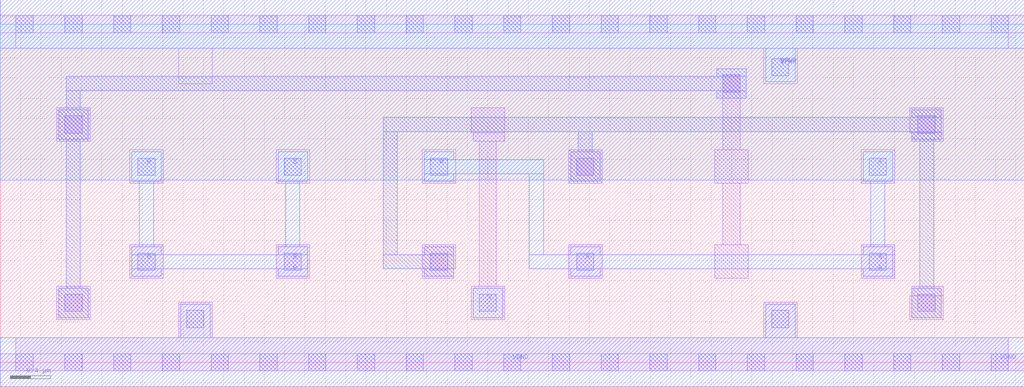
<source format=lef>
VERSION 5.7 ;
  NOWIREEXTENSIONATPIN ON ;
  DIVIDERCHAR "/" ;
  BUSBITCHARS "[]" ;
MACRO XNOR2X1
  CLASS CORE ;
  FOREIGN XNOR2X1 ;
  ORIGIN 0.000 0.000 ;
  SIZE 10.080 BY 3.330 ;
  SYMMETRY X Y ;
  SITE unit ;
  PIN A
    ANTENNAGATEAREA 0.378000 ;
    PORT
      LAYER met1 ;
        RECT 4.175 1.995 4.465 2.070 ;
        RECT 4.175 1.855 5.350 1.995 ;
        RECT 4.175 1.780 4.465 1.855 ;
        RECT 5.210 1.060 5.350 1.855 ;
        RECT 8.495 1.780 8.785 2.070 ;
        RECT 8.570 1.135 8.710 1.780 ;
        RECT 5.615 1.060 5.905 1.135 ;
        RECT 8.495 1.060 8.785 1.135 ;
        RECT 5.210 0.920 8.785 1.060 ;
        RECT 5.615 0.845 5.905 0.920 ;
        RECT 8.495 0.845 8.785 0.920 ;
    END
    PORT
      LAYER li1 ;
        RECT 8.475 0.825 8.805 1.155 ;
      LAYER mcon ;
        RECT 8.555 0.905 8.725 1.075 ;
    END
    PORT
      LAYER li1 ;
        RECT 5.595 0.825 5.925 1.155 ;
      LAYER mcon ;
        RECT 5.675 0.905 5.845 1.075 ;
    END
    PORT
      LAYER li1 ;
        RECT 4.155 1.760 4.485 2.090 ;
      LAYER mcon ;
        RECT 4.235 1.840 4.405 2.010 ;
    END
    PORT
      LAYER li1 ;
        RECT 8.475 1.760 8.805 2.090 ;
      LAYER mcon ;
        RECT 8.555 1.840 8.725 2.010 ;
    END
  END A
  PIN B
    ANTENNAGATEAREA 0.378000 ;
    PORT
      LAYER met1 ;
        RECT 1.295 1.780 1.585 2.070 ;
        RECT 2.735 1.780 3.025 2.070 ;
        RECT 1.370 1.135 1.510 1.780 ;
        RECT 2.810 1.135 2.950 1.780 ;
        RECT 1.295 1.060 1.585 1.135 ;
        RECT 2.735 1.060 3.025 1.135 ;
        RECT 1.295 0.920 3.025 1.060 ;
        RECT 1.295 0.845 1.585 0.920 ;
        RECT 2.735 0.845 3.025 0.920 ;
    END
    PORT
      LAYER li1 ;
        RECT 2.715 0.825 3.045 1.155 ;
      LAYER mcon ;
        RECT 2.795 0.905 2.965 1.075 ;
    END
    PORT
      LAYER li1 ;
        RECT 1.275 0.825 1.605 1.155 ;
      LAYER mcon ;
        RECT 1.355 0.905 1.525 1.075 ;
    END
    PORT
      LAYER li1 ;
        RECT 1.275 1.760 1.605 2.090 ;
      LAYER mcon ;
        RECT 1.355 1.840 1.525 2.010 ;
    END
    PORT
      LAYER li1 ;
        RECT 2.715 1.760 3.045 2.090 ;
      LAYER mcon ;
        RECT 2.795 1.840 2.965 2.010 ;
    END
  END B
  PIN VGND
    ANTENNADIFFAREA 1.083600 ;
    PORT
      LAYER met1 ;
        RECT 1.775 0.240 2.065 0.570 ;
        RECT 7.535 0.240 7.825 0.570 ;
        RECT 0.000 -0.240 10.080 0.240 ;
    END
    PORT
      LAYER li1 ;
        RECT 1.755 0.240 2.085 0.590 ;
        RECT 7.515 0.240 7.845 0.590 ;
        RECT 0.155 0.085 9.925 0.240 ;
        RECT 0.000 -0.085 10.080 0.085 ;
      LAYER mcon ;
        RECT 1.835 0.340 2.005 0.510 ;
        RECT 7.595 0.340 7.765 0.510 ;
        RECT 0.155 -0.085 0.325 0.085 ;
        RECT 0.635 -0.085 0.805 0.085 ;
        RECT 1.115 -0.085 1.285 0.085 ;
        RECT 1.595 -0.085 1.765 0.085 ;
        RECT 2.075 -0.085 2.245 0.085 ;
        RECT 2.555 -0.085 2.725 0.085 ;
        RECT 3.035 -0.085 3.205 0.085 ;
        RECT 3.515 -0.085 3.685 0.085 ;
        RECT 3.995 -0.085 4.165 0.085 ;
        RECT 4.475 -0.085 4.645 0.085 ;
        RECT 4.955 -0.085 5.125 0.085 ;
        RECT 5.435 -0.085 5.605 0.085 ;
        RECT 5.915 -0.085 6.085 0.085 ;
        RECT 6.395 -0.085 6.565 0.085 ;
        RECT 6.875 -0.085 7.045 0.085 ;
        RECT 7.355 -0.085 7.525 0.085 ;
        RECT 7.835 -0.085 8.005 0.085 ;
        RECT 8.315 -0.085 8.485 0.085 ;
        RECT 8.795 -0.085 8.965 0.085 ;
        RECT 9.275 -0.085 9.445 0.085 ;
        RECT 9.755 -0.085 9.925 0.085 ;
    END
    PORT
      LAYER met1 ;
        RECT 0.000 3.090 10.080 3.570 ;
        RECT 7.535 2.760 7.825 3.090 ;
    END
  END VGND
  PIN VPWR
    ANTENNADIFFAREA 2.167200 ;
    PORT
      LAYER li1 ;
        RECT 0.000 3.245 10.080 3.415 ;
        RECT 0.155 3.090 9.925 3.245 ;
        RECT 1.755 2.740 2.085 3.090 ;
        RECT 7.515 2.740 7.845 3.090 ;
      LAYER mcon ;
        RECT 0.155 3.245 0.325 3.415 ;
        RECT 0.635 3.245 0.805 3.415 ;
        RECT 1.115 3.245 1.285 3.415 ;
        RECT 1.595 3.245 1.765 3.415 ;
        RECT 2.075 3.245 2.245 3.415 ;
        RECT 2.555 3.245 2.725 3.415 ;
        RECT 3.035 3.245 3.205 3.415 ;
        RECT 3.515 3.245 3.685 3.415 ;
        RECT 3.995 3.245 4.165 3.415 ;
        RECT 4.475 3.245 4.645 3.415 ;
        RECT 4.955 3.245 5.125 3.415 ;
        RECT 5.435 3.245 5.605 3.415 ;
        RECT 5.915 3.245 6.085 3.415 ;
        RECT 6.395 3.245 6.565 3.415 ;
        RECT 6.875 3.245 7.045 3.415 ;
        RECT 7.355 3.245 7.525 3.415 ;
        RECT 7.835 3.245 8.005 3.415 ;
        RECT 8.315 3.245 8.485 3.415 ;
        RECT 8.795 3.245 8.965 3.415 ;
        RECT 9.275 3.245 9.445 3.415 ;
        RECT 9.755 3.245 9.925 3.415 ;
        RECT 7.595 2.820 7.765 2.990 ;
    END
  END VPWR
  PIN Y
    ANTENNADIFFAREA 1.661650 ;
    PORT
      LAYER met1 ;
        RECT 4.655 0.440 4.945 0.730 ;
    END
  END Y
  OBS
      LAYER nwell ;
        RECT 0.000 1.790 10.080 3.330 ;
      LAYER li1 ;
        RECT 0.555 2.175 0.885 2.505 ;
        RECT 4.635 2.260 4.965 2.505 ;
        RECT 4.655 2.175 4.965 2.260 ;
        RECT 4.155 0.920 4.485 1.155 ;
        RECT 4.155 0.825 4.465 0.920 ;
        RECT 4.715 0.750 4.885 2.175 ;
        RECT 7.115 2.090 7.285 2.830 ;
        RECT 8.955 2.260 9.285 2.505 ;
        RECT 8.975 2.175 9.285 2.260 ;
        RECT 5.595 1.760 5.925 2.090 ;
        RECT 7.035 1.760 7.365 2.090 ;
        RECT 7.115 1.155 7.285 1.760 ;
        RECT 7.035 0.825 7.365 1.155 ;
        RECT 0.555 0.420 0.885 0.750 ;
        RECT 4.635 0.420 4.965 0.750 ;
        RECT 8.975 0.655 9.285 0.750 ;
        RECT 8.955 0.420 9.285 0.655 ;
      LAYER mcon ;
        RECT 7.115 2.660 7.285 2.830 ;
        RECT 0.635 2.255 0.805 2.425 ;
        RECT 4.235 0.905 4.405 1.075 ;
        RECT 9.035 2.255 9.205 2.425 ;
        RECT 5.675 1.840 5.845 2.010 ;
        RECT 0.635 0.500 0.805 0.670 ;
        RECT 4.715 0.500 4.885 0.670 ;
        RECT 9.035 0.500 9.205 0.670 ;
      LAYER met1 ;
        RECT 7.055 2.815 7.345 2.890 ;
        RECT 0.650 2.675 7.345 2.815 ;
        RECT 0.650 2.485 0.790 2.675 ;
        RECT 7.055 2.600 7.345 2.675 ;
        RECT 0.575 2.195 0.865 2.485 ;
        RECT 8.975 2.410 9.265 2.485 ;
        RECT 3.770 2.270 9.265 2.410 ;
        RECT 0.650 0.730 0.790 2.195 ;
        RECT 3.770 1.060 3.910 2.270 ;
        RECT 5.690 2.070 5.830 2.270 ;
        RECT 8.975 2.195 9.265 2.270 ;
        RECT 5.615 1.780 5.905 2.070 ;
        RECT 4.175 1.060 4.465 1.135 ;
        RECT 3.770 0.920 4.465 1.060 ;
        RECT 4.175 0.845 4.465 0.920 ;
        RECT 9.050 0.730 9.190 2.195 ;
        RECT 0.575 0.440 0.865 0.730 ;
        RECT 8.975 0.440 9.265 0.730 ;
  END
END XNOR2X1
END LIBRARY


</source>
